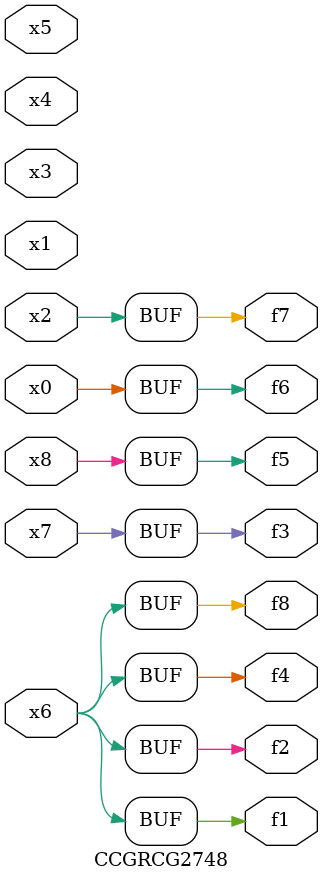
<source format=v>
module CCGRCG2748(
	input x0, x1, x2, x3, x4, x5, x6, x7, x8,
	output f1, f2, f3, f4, f5, f6, f7, f8
);
	assign f1 = x6;
	assign f2 = x6;
	assign f3 = x7;
	assign f4 = x6;
	assign f5 = x8;
	assign f6 = x0;
	assign f7 = x2;
	assign f8 = x6;
endmodule

</source>
